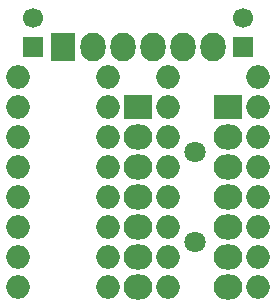
<source format=gbs>
%TF.GenerationSoftware,KiCad,Pcbnew,4.0.4-stable*%
%TF.CreationDate,2016-11-09T11:25:41+01:00*%
%TF.ProjectId,potmux,706F746D75782E6B696361645F706362,1*%
%TF.FileFunction,Soldermask,Bot*%
%FSLAX46Y46*%
G04 Gerber Fmt 4.6, Leading zero omitted, Abs format (unit mm)*
G04 Created by KiCad (PCBNEW 4.0.4-stable) date 11/09/16 11:25:41*
%MOMM*%
%LPD*%
G01*
G04 APERTURE LIST*
%ADD10C,0.100000*%
%ADD11R,1.700000X1.700000*%
%ADD12C,1.700000*%
%ADD13R,2.432000X2.127200*%
%ADD14O,2.432000X2.127200*%
%ADD15C,1.797000*%
%ADD16O,2.000000X2.000000*%
%ADD17R,2.127200X2.432000*%
%ADD18O,2.127200X2.432000*%
G04 APERTURE END LIST*
D10*
D11*
X151130000Y-91440000D03*
D12*
X151130000Y-88940000D03*
D11*
X133350000Y-91440000D03*
D12*
X133350000Y-88940000D03*
D13*
X142240000Y-96520000D03*
D14*
X142240000Y-99060000D03*
X142240000Y-101600000D03*
X142240000Y-104140000D03*
X142240000Y-106680000D03*
X142240000Y-109220000D03*
X142240000Y-111760000D03*
D13*
X149860000Y-96520000D03*
D14*
X149860000Y-99060000D03*
X149860000Y-101600000D03*
X149860000Y-104140000D03*
X149860000Y-106680000D03*
X149860000Y-109220000D03*
X149860000Y-111760000D03*
D15*
X147066000Y-100330000D03*
X147066000Y-107950000D03*
D16*
X132080000Y-93980000D03*
X132080000Y-96520000D03*
X132080000Y-99060000D03*
X132080000Y-101600000D03*
X132080000Y-104140000D03*
X132080000Y-106680000D03*
X132080000Y-109220000D03*
X132080000Y-111760000D03*
X139700000Y-111760000D03*
X139700000Y-109220000D03*
X139700000Y-106680000D03*
X139700000Y-104140000D03*
X139700000Y-101600000D03*
X139700000Y-99060000D03*
X139700000Y-96520000D03*
X139700000Y-93980000D03*
X144780000Y-93980000D03*
X144780000Y-96520000D03*
X144780000Y-99060000D03*
X144780000Y-101600000D03*
X144780000Y-104140000D03*
X144780000Y-106680000D03*
X144780000Y-109220000D03*
X144780000Y-111760000D03*
X152400000Y-111760000D03*
X152400000Y-109220000D03*
X152400000Y-106680000D03*
X152400000Y-104140000D03*
X152400000Y-101600000D03*
X152400000Y-99060000D03*
X152400000Y-96520000D03*
X152400000Y-93980000D03*
D17*
X135890000Y-91440000D03*
D18*
X138430000Y-91440000D03*
X140970000Y-91440000D03*
X143510000Y-91440000D03*
X146050000Y-91440000D03*
X148590000Y-91440000D03*
M02*

</source>
